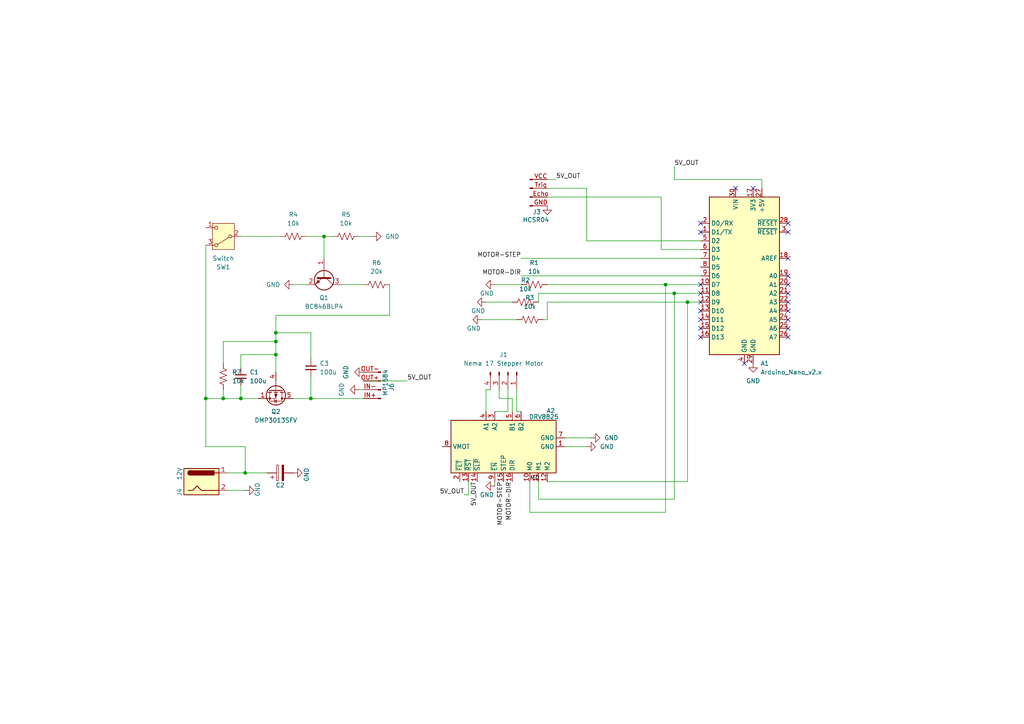
<source format=kicad_sch>
(kicad_sch (version 20250114) (generator "eeschema") (generator_version "9.0")
  (paper "A4")
  (lib_symbols
    (symbol "Conn_01x04_Pin_1" (pin_names (offset 1.016) (hide yes))
      (property "Reference" "U_BUCK" (at 0.635 7.62 0))
      (property "Value" "MP1584-based, 12V → 5V, 3A" (at 0.635 5.08 0))
      (symbol "Conn_01x04_Pin_1_1_1"
        (rectangle (start 0.8636 2.667) (end 0 2.413) (stroke (width 0.1524)) (fill (type outline)))
        (rectangle (start 0.8636 0.127) (end 0 -0.127) (stroke (width 0.1524)) (fill (type outline)))
        (rectangle (start 0.8636 -2.413) (end 0 -2.667) (stroke (width 0.1524)) (fill (type outline)))
        (rectangle (start 0.8636 -4.953) (end 0 -5.207) (stroke (width 0.1524)) (fill (type outline)))
        (polyline (pts (xy 1.27 2.54) (xy 0.8636 2.54)) (stroke (width 0.1524)))
        (polyline (pts (xy 1.27 0) (xy 0.8636 0)) (stroke (width 0.1524)))
        (polyline (pts (xy 1.27 -2.54) (xy 0.8636 -2.54)) (stroke (width 0.1524)))
        (polyline (pts (xy 1.27 -5.08) (xy 0.8636 -5.08)) (stroke (width 0.1524)))
        (pin passive line (at 5.08 2.54 180) (length 3.81) (name "Pin_1") (number "IN+"))
        (pin passive line (at 5.08 0 180) (length 3.81) (name "Pin_2") (number "IN-"))
        (pin passive line (at 5.08 -2.54 180) (length 3.81) (name "Pin_3") (number "OUT+"))
        (pin passive line (at 5.08 -5.08 180) (length 3.81) (name "Pin_4") (number "OUT-"))
      )
    )
    (symbol "Conn_01x04_Pin_2" (pin_names (offset 1.016) (hide yes))
      (property "Reference" "J" (at 0 5.08 0))
      (property "Value" "Conn_01x04_Pin" (at 0 -7.62 0))
      (symbol "Conn_01x04_Pin_2_1_1"
        (rectangle (start 0.8636 2.667) (end 0 2.413) (stroke (width 0.1524)) (fill (type outline)))
        (rectangle (start 0.8636 0.127) (end 0 -0.127) (stroke (width 0.1524)) (fill (type outline)))
        (rectangle (start 0.8636 -2.413) (end 0 -2.667) (stroke (width 0.1524)) (fill (type outline)))
        (rectangle (start 0.8636 -4.953) (end 0 -5.207) (stroke (width 0.1524)) (fill (type outline)))
        (polyline (pts (xy 1.27 2.54) (xy 0.8636 2.54)) (stroke (width 0.1524)))
        (polyline (pts (xy 1.27 0) (xy 0.8636 0)) (stroke (width 0.1524)))
        (polyline (pts (xy 1.27 -2.54) (xy 0.8636 -2.54)) (stroke (width 0.1524)))
        (polyline (pts (xy 1.27 -5.08) (xy 0.8636 -5.08)) (stroke (width 0.1524)))
        (pin passive line (at 5.08 2.54 180) (length 3.81) (name "Pin_1") (number "1"))
        (pin passive line (at 5.08 0 180) (length 3.81) (name "Pin_2") (number "2"))
        (pin passive line (at 5.08 -2.54 180) (length 3.81) (name "Pin_3") (number "3"))
        (pin passive line (at 5.08 -5.08 180) (length 3.81) (name "Pin_4") (number "4"))
      )
    )
    (symbol "Connector:Conn_01x04_Pin" (pin_names (offset 1.016) (hide yes))
      (property "Reference" "J3" (at 0.635 7.62 0))
      (property "Value" "HCSR04" (at 0.635 5.08 0))
      (symbol "Conn_01x04_Pin_1_1"
        (rectangle (start 0.8636 2.667) (end 0 2.413) (stroke (width 0.1524)) (fill (type outline)))
        (rectangle (start 0.8636 0.127) (end 0 -0.127) (stroke (width 0.1524)) (fill (type outline)))
        (rectangle (start 0.8636 -2.413) (end 0 -2.667) (stroke (width 0.1524)) (fill (type outline)))
        (rectangle (start 0.8636 -4.953) (end 0 -5.207) (stroke (width 0.1524)) (fill (type outline)))
        (polyline (pts (xy 1.27 2.54) (xy 0.8636 2.54)) (stroke (width 0.1524)))
        (polyline (pts (xy 1.27 0) (xy 0.8636 0)) (stroke (width 0.1524)))
        (polyline (pts (xy 1.27 -2.54) (xy 0.8636 -2.54)) (stroke (width 0.1524)))
        (polyline (pts (xy 1.27 -5.08) (xy 0.8636 -5.08)) (stroke (width 0.1524)))
        (pin passive line (at 5.08 2.54 180) (length 3.81) (name "Pin_1") (number "VCC"))
        (pin passive line (at 5.08 0 180) (length 3.81) (name "Pin_2") (number "Trig"))
        (pin passive line (at 5.08 -2.54 180) (length 3.81) (name "Pin_3") (number "Echo"))
        (pin passive line (at 5.08 -5.08 180) (length 3.81) (name "Pin_4") (number "GND"))
      )
    )
    (symbol "Connector:Jack-DC" (pin_names (offset 1.016))
      (property "Reference" "J" (at 0 5.334 0))
      (property "Value" "Jack-DC" (at 0 -5.08 0))
      (symbol "Jack-DC_0_1"
        (rectangle (start -5.08 3.81) (end 5.08 -3.81) (stroke (width 0.254)) (fill (type background)))
        (polyline (pts (xy -3.81 -2.54) (xy -2.54 -2.54) (xy -1.27 -1.27) (xy 0 -2.54) (xy 2.54 -2.54) (xy 5.08 -2.54)) (stroke (width 0.254)))
        (arc (start -3.302 1.905) (mid -3.9343 2.54) (end -3.302 3.175) (stroke (width 0.254)))
        (arc (start -3.302 1.905) (mid -3.9343 2.54) (end -3.302 3.175) (stroke (width 0.254)) (fill (type outline)))
        (rectangle (start 3.683 3.175) (end -3.302 1.905) (stroke (width 0.254)) (fill (type outline)))
        (polyline (pts (xy 5.08 2.54) (xy 3.81 2.54)) (stroke (width 0.254)))
      )
      (symbol "Jack-DC_1_1"
        (pin passive line (at 7.62 2.54 180) (length 2.54) (name "~") (number "1"))
        (pin passive line (at 7.62 -2.54 180) (length 2.54) (name "~") (number "2"))
      )
    )
    (symbol "Device:C_Polarized" (pin_numbers (hide yes)) (pin_names (offset 0.254))
      (property "Reference" "C" (at 0.635 2.54 0))
      (property "Value" "C_Polarized" (at 0.635 -2.54 0))
      (symbol "C_Polarized_0_1"
        (rectangle (start -2.286 0.508) (end 2.286 1.016))
        (polyline (pts (xy -1.778 2.286) (xy -0.762 2.286)))
        (polyline (pts (xy -1.27 2.794) (xy -1.27 1.778)))
        (rectangle (start 2.286 -0.508) (end -2.286 -1.016) (fill (type outline)))
      )
      (symbol "C_Polarized_1_1"
        (pin passive line (at 0 3.81 270) (length 2.794) (name "~") (number "1"))
        (pin passive line (at 0 -3.81 90) (length 2.794) (name "~") (number "2"))
      )
    )
    (symbol "Device:C_Small" (pin_numbers (hide yes)) (pin_names (offset 0.254) (hide yes))
      (property "Reference" "C" (at 0.254 1.778 0))
      (property "Value" "C_Small" (at 0.254 -2.032 0))
      (symbol "C_Small_0_1"
        (polyline (pts (xy -1.524 0.508) (xy 1.524 0.508)) (stroke (width 0.3048)))
        (polyline (pts (xy -1.524 -0.508) (xy 1.524 -0.508)) (stroke (width 0.3302)))
      )
      (symbol "C_Small_1_1"
        (pin passive line (at 0 2.54 270) (length 2.032) (name "~") (number "1"))
        (pin passive line (at 0 -2.54 90) (length 2.032) (name "~") (number "2"))
      )
    )
    (symbol "Device:R_US" (pin_numbers (hide yes)) (pin_names (offset 0))
      (property "Reference" "R" (at 2.54 0 90))
      (property "Value" "R_US" (at -2.54 0 90))
      (symbol "R_US_0_1"
        (polyline (pts (xy 0 2.286) (xy 0 2.54)))
        (polyline (pts (xy 0 2.286) (xy 1.016 1.905) (xy 0 1.524) (xy -1.016 1.143) (xy 0 0.762)))
        (polyline (pts (xy 0 0.762) (xy 1.016 0.381) (xy 0 0) (xy -1.016 -0.381) (xy 0 -0.762)))
        (polyline (pts (xy 0 -0.762) (xy 1.016 -1.143) (xy 0 -1.524) (xy -1.016 -1.905) (xy 0 -2.286)))
        (polyline (pts (xy 0 -2.286) (xy 0 -2.54)))
      )
      (symbol "R_US_1_1"
        (pin passive line (at 0 3.81 270) (length 1.27) (name "~") (number "1"))
        (pin passive line (at 0 -3.81 90) (length 1.27) (name "~") (number "2"))
      )
    )
    (symbol "Driver_Motor:Pololu_Breakout_DRV8825"
      (property "Reference" "A" (at -2.54 16.51 0))
      (property "Value" "Pololu_Breakout_DRV8825" (at -2.54 13.97 0))
      (symbol "Pololu_Breakout_DRV8825_0_1"
        (rectangle (start 7.62 -17.78) (end -7.62 12.7) (stroke (width 0.254)) (fill (type background)))
      )
      (symbol "Pololu_Breakout_DRV8825_1_1"
        (pin output line (at -10.16 10.16 0) (length 2.54) (name "~{FLT}") (number "2"))
        (pin input line (at -10.16 7.62 0) (length 2.54) (name "~{RST}") (number "13"))
        (pin input line (at -10.16 5.08 0) (length 2.54) (name "~{SLP}") (number "14"))
        (pin input line (at -10.16 0 0) (length 2.54) (name "~{EN}") (number "9"))
        (pin input line (at -10.16 -2.54 0) (length 2.54) (name "STEP") (number "15"))
        (pin input line (at -10.16 -5.08 0) (length 2.54) (name "DIR") (number "16"))
        (pin input line (at -10.16 -10.16 0) (length 2.54) (name "M0") (number "10"))
        (pin input line (at -10.16 -12.7 0) (length 2.54) (name "M1") (number "11"))
        (pin input line (at -10.16 -15.24 0) (length 2.54) (name "M2") (number "12"))
        (pin power_in line (at 0 15.24 270) (length 2.54) (name "VMOT") (number "8"))
        (pin power_in line (at 0 -20.32 90) (length 2.54) (name "GND") (number "1"))
        (pin power_in line (at 2.54 -20.32 90) (length 2.54) (name "GND") (number "7"))
        (pin output line (at 10.16 2.54 180) (length 2.54) (name "A1") (number "4"))
        (pin output line (at 10.16 0 180) (length 2.54) (name "A2") (number "3"))
        (pin output line (at 10.16 -5.08 180) (length 2.54) (name "B1") (number "5"))
        (pin output line (at 10.16 -7.62 180) (length 2.54) (name "B2") (number "6"))
      )
    )
    (symbol "MCU_Module:Arduino_Nano_v2.x"
      (property "Reference" "A" (at -10.16 23.495 0))
      (property "Value" "Arduino_Nano_v2.x" (at 5.08 -24.13 0))
      (symbol "Arduino_Nano_v2.x_0_1"
        (rectangle (start -10.16 22.86) (end 10.16 -22.86) (stroke (width 0.254)) (fill (type background)))
      )
      (symbol "Arduino_Nano_v2.x_1_1"
        (pin bidirectional line (at -12.7 15.24 0) (length 2.54) (name "D0/RX") (number "2"))
        (pin bidirectional line (at -12.7 12.7 0) (length 2.54) (name "D1/TX") (number "1"))
        (pin bidirectional line (at -12.7 10.16 0) (length 2.54) (name "D2") (number "5"))
        (pin bidirectional line (at -12.7 7.62 0) (length 2.54) (name "D3") (number "6"))
        (pin bidirectional line (at -12.7 5.08 0) (length 2.54) (name "D4") (number "7"))
        (pin bidirectional line (at -12.7 2.54 0) (length 2.54) (name "D5") (number "8"))
        (pin bidirectional line (at -12.7 0 0) (length 2.54) (name "D6") (number "9"))
        (pin bidirectional line (at -12.7 -2.54 0) (length 2.54) (name "D7") (number "10"))
        (pin bidirectional line (at -12.7 -5.08 0) (length 2.54) (name "D8") (number "11"))
        (pin bidirectional line (at -12.7 -7.62 0) (length 2.54) (name "D9") (number "12"))
        (pin bidirectional line (at -12.7 -10.16 0) (length 2.54) (name "D10") (number "13"))
        (pin bidirectional line (at -12.7 -12.7 0) (length 2.54) (name "D11") (number "14"))
        (pin bidirectional line (at -12.7 -15.24 0) (length 2.54) (name "D12") (number "15"))
        (pin bidirectional line (at -12.7 -17.78 0) (length 2.54) (name "D13") (number "16"))
        (pin power_in line (at -2.54 25.4 270) (length 2.54) (name "VIN") (number "30"))
        (pin power_in line (at 0 -25.4 90) (length 2.54) (name "GND") (number "4"))
        (pin power_out line (at 2.54 25.4 270) (length 2.54) (name "3V3") (number "17"))
        (pin power_in line (at 2.54 -25.4 90) (length 2.54) (name "GND") (number "29"))
        (pin power_out line (at 5.08 25.4 270) (length 2.54) (name "+5V") (number "27"))
        (pin input line (at 12.7 15.24 180) (length 2.54) (name "~{RESET}") (number "28"))
        (pin input line (at 12.7 12.7 180) (length 2.54) (name "~{RESET}") (number "3"))
        (pin input line (at 12.7 5.08 180) (length 2.54) (name "AREF") (number "18"))
        (pin bidirectional line (at 12.7 0 180) (length 2.54) (name "A0") (number "19"))
        (pin bidirectional line (at 12.7 -2.54 180) (length 2.54) (name "A1") (number "20"))
        (pin bidirectional line (at 12.7 -5.08 180) (length 2.54) (name "A2") (number "21"))
        (pin bidirectional line (at 12.7 -7.62 180) (length 2.54) (name "A3") (number "22"))
        (pin bidirectional line (at 12.7 -10.16 180) (length 2.54) (name "A4") (number "23"))
        (pin bidirectional line (at 12.7 -12.7 180) (length 2.54) (name "A5") (number "24"))
        (pin bidirectional line (at 12.7 -15.24 180) (length 2.54) (name "A6") (number "25"))
        (pin bidirectional line (at 12.7 -17.78 180) (length 2.54) (name "A7") (number "26"))
      )
    )
    (symbol "Switch:SW_Nidec_CAS-120A1" (pin_names (offset 1) (hide yes))
      (property "Reference" "SW" (at 0 4.318 0))
      (property "Value" "SW_Nidec_CAS-120A1" (at 0 -5.08 0))
      (symbol "SW_Nidec_CAS-120A1_0_1"
        (circle (center -2.032 0) (radius 0.4572))
        (polyline (pts (xy -1.651 0.254) (xy 1.651 2.286)))
        (circle (center 2.032 2.54) (radius 0.4572))
        (circle (center 2.032 -2.54) (radius 0.4572))
      )
      (symbol "SW_Nidec_CAS-120A1_1_1"
        (rectangle (start -3.175 3.81) (end 3.175 -3.81) (fill (type background)))
        (pin passive line (at -5.08 0 0) (length 2.54) (name "B") (number "2"))
        (pin passive line (at 5.08 2.54 180) (length 2.54) (name "A") (number "3"))
        (pin passive line (at 5.08 -2.54 180) (length 2.54) (name "C") (number "1"))
      )
    )
    (symbol "Transistor_BJT:BC846BLP4" (pin_names (offset 0) (hide yes))
      (property "Reference" "Q" (at 5.08 1.905 0))
      (property "Value" "BC846BLP4" (at 5.08 0 0))
      (symbol "BC846BLP4_0_1"
        (polyline (pts (xy -2.54 0) (xy 0.635 0)))
        (polyline (pts (xy 0.635 1.905) (xy 0.635 -1.905)) (stroke (width 0.508)))
        (circle (center 1.27 0) (radius 2.8194) (stroke (width 0.254)))
      )
      (symbol "BC846BLP4_1_1"
        (polyline (pts (xy 0.635 0.635) (xy 2.54 2.54)))
        (polyline (pts (xy 0.635 -0.635) (xy 2.54 -2.54)))
        (polyline (pts (xy 1.27 -1.778) (xy 1.778 -1.27) (xy 2.286 -2.286) (xy 1.27 -1.778)) (fill (type outline)))
        (pin input line (at -5.08 0 0) (length 2.54) (name "B") (number "1"))
        (pin passive line (at 2.54 5.08 270) (length 2.54) (name "C") (number "3"))
        (pin passive line (at 2.54 -5.08 90) (length 2.54) (name "E") (number "2"))
      )
    )
    (symbol "Transistor_FET:DMP3013SFV" (pin_names (hide yes))
      (property "Reference" "Q" (at 5.08 1.905 0))
      (property "Value" "DMP3013SFV" (at 5.08 0 0))
      (symbol "DMP3013SFV_0_1"
        (polyline (pts (xy 0.254 1.905) (xy 0.254 -1.905)) (stroke (width 0.254)))
        (polyline (pts (xy 0.254 0) (xy -2.54 0)))
        (polyline (pts (xy 0.762 2.286) (xy 0.762 1.27)) (stroke (width 0.254)))
        (polyline (pts (xy 0.762 1.778) (xy 3.302 1.778) (xy 3.302 -1.778) (xy 0.762 -1.778)))
        (polyline (pts (xy 0.762 0.508) (xy 0.762 -0.508)) (stroke (width 0.254)))
        (polyline (pts (xy 0.762 -1.27) (xy 0.762 -2.286)) (stroke (width 0.254)))
        (circle (center 1.651 0) (radius 2.794) (stroke (width 0.254)))
        (polyline (pts (xy 2.286 0) (xy 1.27 0.381) (xy 1.27 -0.381) (xy 2.286 0)) (fill (type outline)))
        (polyline (pts (xy 2.54 2.54) (xy 2.54 1.778)))
        (circle (center 2.54 1.778) (radius 0.254) (fill (type outline)))
        (circle (center 2.54 -1.778) (radius 0.254) (fill (type outline)))
        (polyline (pts (xy 2.54 -2.54) (xy 2.54 0) (xy 0.762 0)))
        (polyline (pts (xy 2.794 -0.508) (xy 2.921 -0.381) (xy 3.683 -0.381) (xy 3.81 -0.254)))
        (polyline (pts (xy 3.302 -0.381) (xy 2.921 0.254) (xy 3.683 0.254) (xy 3.302 -0.381)))
      )
      (symbol "DMP3013SFV_1_1"
        (pin passive line (at -5.08 0 0) (length 2.54) (name "G") (number "4"))
        (pin passive line (at 2.54 5.08 270) (length 2.54) (name "D") (number "5"))
        (pin passive line (at 2.54 -5.08 90) (length 2.54) (name "S") (number "1"))
        (pin passive line (at 2.54 -5.08 90) (length 2.54) (hide yes) (name "S") (number "2"))
        (pin passive line (at 2.54 -5.08 90) (length 2.54) (hide yes) (name "S") (number "3"))
      )
    )
    (symbol "power:GND" (power) (pin_numbers (hide yes)) (pin_names (offset 0) (hide yes))
      (property "Value" "GND" (at 0 -3.81 0))
      (symbol "GND_0_1"
        (polyline (pts (xy 0 0) (xy 0 -1.27) (xy 1.27 -1.27) (xy 0 -2.54) (xy -1.27 -1.27) (xy 0 -1.27)))
      )
      (symbol "GND_1_1"
        (pin power_in line (at 0 0 270) (length 0) (name "~") (number "1"))
      )
    )
  )
  (junction (at 199.39 87.63))
  (junction (at 80.01 102.87))
  (junction (at 71.12 137.16))
  (junction (at 90.17 115.57))
  (junction (at 80.01 96.52))
  (junction (at 195.58 85.09))
  (junction (at 93.98 68.58))
  (junction (at 69.85 115.57))
  (junction (at 80.01 99.06))
  (junction (at 193.04 82.55))
  (junction (at 64.77 115.57))
  (junction (at 59.69 115.57))
  (no_connect (at 218.44 54.61))
  (no_connect (at 228.6 74.93))
  (no_connect (at 215.9 105.41))
  (no_connect (at 228.6 95.25))
  (no_connect (at 228.6 67.31))
  (no_connect (at 203.2 87.63))
  (no_connect (at 228.6 87.63))
  (no_connect (at 228.6 64.77))
  (no_connect (at 203.2 92.71))
  (no_connect (at 203.2 67.31))
  (no_connect (at 228.6 82.55))
  (no_connect (at 203.2 85.09))
  (no_connect (at 228.6 97.79))
  (no_connect (at 228.6 85.09))
  (no_connect (at 213.36 54.61))
  (no_connect (at 203.2 95.25))
  (no_connect (at 203.2 82.55))
  (no_connect (at 203.2 97.79))
  (no_connect (at 228.6 90.17))
  (no_connect (at 228.6 92.71))
  (no_connect (at 203.2 64.77))
  (no_connect (at 228.6 80.01))
  (no_connect (at 203.2 90.17))
  (wire (pts (xy 195.58 85.09) (xy 195.58 144.78)))
  (wire (pts (xy 199.39 87.63) (xy 203.2 87.63)))
  (wire (pts (xy 64.77 115.57) (xy 69.85 115.57)))
  (wire (pts (xy 157.48 92.71) (xy 158.75 92.71)))
  (wire (pts (xy 149.86 119.38) (xy 149.86 113.03)))
  (wire (pts (xy 193.04 148.59) (xy 193.04 82.55)))
  (wire (pts (xy 203.2 85.09) (xy 195.58 85.09)))
  (wire (pts (xy 80.01 91.44) (xy 80.01 96.52)))
  (wire (pts (xy 69.85 102.87) (xy 80.01 102.87)))
  (wire (pts (xy 59.69 129.54) (xy 71.12 129.54)))
  (wire (pts (xy 64.77 113.03) (xy 64.77 115.57)))
  (wire (pts (xy 69.85 68.58) (xy 81.28 68.58)))
  (wire (pts (xy 90.17 109.22) (xy 90.17 115.57)))
  (wire (pts (xy 80.01 102.87) (xy 80.01 107.95)))
  (wire (pts (xy 199.39 139.7) (xy 199.39 87.63)))
  (wire (pts (xy 195.58 85.09) (xy 156.21 85.09)))
  (wire (pts (xy 151.13 74.93) (xy 203.2 74.93)))
  (wire (pts (xy 156.21 139.7) (xy 156.21 144.78)))
  (wire (pts (xy 148.59 87.63) (xy 140.97 87.63)))
  (wire (pts (xy 158.75 57.15) (xy 191.77 57.15)))
  (wire (pts (xy 66.04 142.24) (xy 71.12 142.24)))
  (wire (pts (xy 85.09 82.55) (xy 88.9 82.55)))
  (wire (pts (xy 170.18 129.54) (xy 163.83 129.54)))
  (wire (pts (xy 195.58 52.07) (xy 195.58 48.26)))
  (wire (pts (xy 158.75 87.63) (xy 199.39 87.63)))
  (wire (pts (xy 80.01 99.06) (xy 80.01 102.87)))
  (wire (pts (xy 191.77 72.39) (xy 203.2 72.39)))
  (wire (pts (xy 170.18 54.61) (xy 170.18 69.85)))
  (wire (pts (xy 156.21 144.78) (xy 195.58 144.78)))
  (wire (pts (xy 105.41 110.49) (xy 118.11 110.49)))
  (wire (pts (xy 193.04 82.55) (xy 158.75 82.55)))
  (wire (pts (xy 135.89 143.51) (xy 134.62 143.51)))
  (wire (pts (xy 71.12 129.54) (xy 71.12 137.16)))
  (wire (pts (xy 149.86 92.71) (xy 139.7 92.71)))
  (wire (pts (xy 143.51 119.38) (xy 147.32 119.38)))
  (wire (pts (xy 59.69 115.57) (xy 64.77 115.57)))
  (wire (pts (xy 69.85 111.76) (xy 69.85 115.57)))
  (wire (pts (xy 104.14 113.03) (xy 105.41 113.03)))
  (wire (pts (xy 140.97 113.03) (xy 142.24 113.03)))
  (wire (pts (xy 69.85 106.68) (xy 69.85 102.87)))
  (wire (pts (xy 151.13 82.55) (xy 143.51 82.55)))
  (wire (pts (xy 96.52 68.58) (xy 93.98 68.58)))
  (wire (pts (xy 135.89 139.7) (xy 135.89 143.51)))
  (wire (pts (xy 158.75 54.61) (xy 170.18 54.61)))
  (wire (pts (xy 163.83 127) (xy 171.45 127)))
  (wire (pts (xy 90.17 96.52) (xy 80.01 96.52)))
  (wire (pts (xy 153.67 139.7) (xy 153.67 148.59)))
  (wire (pts (xy 59.69 115.57) (xy 59.69 129.54)))
  (wire (pts (xy 64.77 105.41) (xy 64.77 99.06)))
  (wire (pts (xy 158.75 92.71) (xy 158.75 87.63)))
  (wire (pts (xy 158.75 139.7) (xy 199.39 139.7)))
  (wire (pts (xy 148.59 115.57) (xy 144.78 115.57)))
  (wire (pts (xy 85.09 115.57) (xy 90.17 115.57)))
  (wire (pts (xy 90.17 104.14) (xy 90.17 96.52)))
  (wire (pts (xy 170.18 69.85) (xy 203.2 69.85)))
  (wire (pts (xy 191.77 57.15) (xy 191.77 72.39)))
  (wire (pts (xy 66.04 137.16) (xy 71.12 137.16)))
  (wire (pts (xy 147.32 119.38) (xy 147.32 113.03)))
  (wire (pts (xy 203.2 82.55) (xy 193.04 82.55)))
  (wire (pts (xy 156.21 85.09) (xy 156.21 87.63)))
  (wire (pts (xy 143.51 140.97) (xy 143.51 139.7)))
  (wire (pts (xy 113.03 91.44) (xy 113.03 82.55)))
  (wire (pts (xy 99.06 82.55) (xy 105.41 82.55)))
  (wire (pts (xy 158.75 52.07) (xy 161.29 52.07)))
  (wire (pts (xy 140.97 119.38) (xy 140.97 113.03)))
  (wire (pts (xy 220.98 52.07) (xy 195.58 52.07)))
  (wire (pts (xy 220.98 52.07) (xy 220.98 54.61)))
  (wire (pts (xy 71.12 137.16) (xy 77.47 137.16)))
  (wire (pts (xy 93.98 68.58) (xy 93.98 74.93)))
  (wire (pts (xy 59.69 71.12) (xy 59.69 115.57)))
  (wire (pts (xy 113.03 91.44) (xy 80.01 91.44)))
  (wire (pts (xy 153.67 148.59) (xy 193.04 148.59)))
  (wire (pts (xy 69.85 115.57) (xy 74.93 115.57)))
  (wire (pts (xy 64.77 99.06) (xy 80.01 99.06)))
  (wire (pts (xy 88.9 68.58) (xy 93.98 68.58)))
  (wire (pts (xy 151.13 119.38) (xy 149.86 119.38)))
  (wire (pts (xy 80.01 96.52) (xy 80.01 99.06)))
  (wire (pts (xy 107.95 68.58) (xy 104.14 68.58)))
  (wire (pts (xy 148.59 119.38) (xy 148.59 115.57)))
  (wire (pts (xy 144.78 115.57) (xy 144.78 113.03)))
  (wire (pts (xy 151.13 80.01) (xy 203.2 80.01)))
  (wire (pts (xy 90.17 115.57) (xy 105.41 115.57)))
  (label "MOTOR-DIR" (at 148.59 139.7 270))
  (label "5V_OUT" (at 138.43 139.7 270))
  (label "MOTOR-STEP" (at 146.05 139.7 270))
  (label "MOTOR-DIR" (at 151.13 80.01 180))
  (label "M0" (at 153.67 139.7 0))
  (label "5V_OUT" (at 161.29 52.07 0))
  (label "5V_OUT" (at 134.62 143.51 180))
  (label "5V_OUT" (at 195.58 48.26 0))
  (label "5V_OUT" (at 118.11 110.49 0))
  (label "MOTOR-STEP" (at 151.13 74.93 180))
  (symbol (lib_id "power:GND") (at 170.18 129.54 90) (unit 1)
    (property "Reference" "#PWR011" (effects (hide yes)))
    (property "Value" "GND" (at 173.99 129.5399 90) (effects (justify right)))
    (property "Description" "Power symbol creates a global label with name \"GND\" , ground" (effects (hide yes)))
  )
  (symbol (lib_id "Device:R_US") (at 152.4 87.63 90) (unit 1)
    (property "Reference" "R2" (at 152.4 81.28 90))
    (property "Value" "10k" (at 152.4 83.82 90))
    (property "Description" "Resistor, US symbol" (effects (hide yes)))
  )
  (symbol (lib_id "power:GND") (at 140.97 87.63 270) (unit 1)
    (property "Reference" "#PWR012" (effects (hide yes)))
    (property "Value" "GND" (at 138.684 90.17 90))
    (property "Description" "Power symbol creates a global label with name \"GND\" , ground" (effects (hide yes)))
  )
  (symbol (lib_id "Device:C_Small") (at 90.17 106.68 0) (unit 1)
    (property "Reference" "C3" (at 92.71 105.4162 0) (effects (justify left)))
    (property "Value" "100u" (at 92.71 107.9562 0) (effects (justify left)))
    (property "Description" "Unpolarized capacitor, small symbol" (effects (hide yes)))
  )
  (symbol (lib_id "power:GND") (at 85.09 137.16 90) (unit 1)
    (property "Reference" "#PWR03" (effects (hide yes)))
    (property "Value" "GND" (at 88.9 137.668 0))
    (property "Description" "Power symbol creates a global label with name \"GND\" , ground" (effects (hide yes)))
  )
  (symbol (lib_id "Switch:SW_Nidec_CAS-120A1") (at 64.77 68.58 180) (unit 1)
    (property "Reference" "SW1" (at 64.77 77.47 0))
    (property "Value" "Switch" (at 64.77 74.93 0))
    (property "Footprint" "Button_Switch_SMD:Nidec_Copal_CAS-120A" (effects (hide yes)))
    (property "Datasheet" "https://www.nidec-components.com/e/catalog/switch/cas.pdf" (effects (hide yes)))
    (property "Description" "Switch, single pole double throw" (effects (hide yes)))
  )
  (symbol (lib_id "power:GND") (at 71.12 142.24 90) (unit 1)
    (property "Reference" "#PWR05" (effects (hide yes)))
    (property "Value" "GND" (at 74.676 141.986 0))
    (property "Description" "Power symbol creates a global label with name \"GND\" , ground" (effects (hide yes)))
  )
  (symbol (lib_id "Device:C_Polarized") (at 81.28 137.16 90) (unit 1)
    (property "Reference" "C2" (at 81.28 140.716 90))
    (property "Value" "C_Polarized" (effects (hide yes)))
    (property "Description" "Polarized capacitor" (effects (hide yes)))
  )
  (symbol (lib_id "Transistor_FET:DMP3013SFV") (at 80.01 113.03 270) (unit 1)
    (property "Reference" "Q2" (at 80.01 119.38 90))
    (property "Value" "DMP3013SFV" (at 80.01 121.92 90))
    (property "Footprint" "Package_SON:Diodes_PowerDI3333-8" (effects (hide yes)))
    (property "Datasheet" "https://www.diodes.com/assets/Datasheets/DMP3013SFV.pdf" (effects (hide yes)))
    (property "Description" "-12A Id, -30V Vds, P-Channel Power MOSFET, 9.5mOhm Ron, 33.7nC Qg (typ), PowerDI3333-8" (effects (hide yes)))
  )
  (symbol (lib_id "Device:C_Small") (at 69.85 109.22 0) (unit 1)
    (property "Reference" "C1" (at 72.39 107.9562 0) (effects (justify left)))
    (property "Value" "100u" (at 72.39 110.4962 0) (effects (justify left)))
    (property "Description" "Unpolarized capacitor, small symbol" (effects (hide yes)))
  )
  (symbol (lib_id "Device:R_US") (at 153.67 92.71 90) (unit 1)
    (property "Reference" "R3" (at 153.67 86.36 90))
    (property "Value" "10k" (at 153.67 88.9 90))
    (property "Description" "Resistor, US symbol" (effects (hide yes)))
  )
  (symbol (lib_name "Conn_01x04_Pin_1") (lib_id "Connector:Conn_01x04_Pin") (at 110.49 113.03 180) (unit 1)
    (property "Reference" "J6" (at 113.538 112.268 90))
    (property "Value" "MP1584" (at 111.76 110.998 90))
    (property "Footprint" "Connector_PinHeader_2.54mm:PinHeader_1x04_P2.54mm_Vertical" (effects (hide yes)))
    (property "Description" "Generic connector, single row, 01x04, script generated" (effects (hide yes)))
  )
  (symbol (lib_id "Device:R_US") (at 85.09 68.58 90) (unit 1)
    (property "Reference" "R4" (at 85.09 62.23 90))
    (property "Value" "10k" (at 85.09 64.77 90))
    (property "Description" "Resistor, US symbol" (effects (hide yes)))
  )
  (symbol (lib_id "Driver_Motor:Pololu_Breakout_DRV8825") (at 143.51 129.54 90) (unit 1)
    (property "Reference" "A2" (at 159.766 119.126 90))
    (property "Value" "DRV8825" (at 157.734 120.904 90))
    (property "Footprint" "Module:Pololu_Breakout-16_15.2x20.3mm" (effects (hide yes)))
    (property "Datasheet" "https://www.pololu.com/product/2982" (effects (hide yes)))
    (property "Description" "Pololu Breakout Board, Stepper Driver DRV8825" (effects (hide yes)))
  )
  (symbol (lib_id "Connector:Jack-DC") (at 58.42 139.7 0) (unit 1)
    (property "Reference" "J4" (at 52.07 142.748 90))
    (property "Value" "12V" (at 52.07 137.414 90))
    (property "Footprint" "Connector_BarrelJack:BarrelJack_CUI_PJ-063AH_Horizontal" (effects (hide yes)))
    (property "Description" "DC Barrel Jack" (effects (hide yes)))
  )
  (symbol (lib_id "power:GND") (at 171.45 127 90) (unit 1)
    (property "Reference" "#PWR010" (effects (hide yes)))
    (property "Value" "GND" (at 175.26 126.9999 90) (effects (justify right)))
    (property "Description" "Power symbol creates a global label with name \"GND\" , ground" (effects (hide yes)))
  )
  (symbol (lib_id "power:GND") (at 105.41 107.95 270) (unit 1)
    (property "Reference" "#PWR013" (effects (hide yes)))
    (property "Value" "GND" (at 100.33 107.95 0))
    (property "Description" "Power symbol creates a global label with name \"GND\" , ground" (effects (hide yes)))
  )
  (symbol (lib_id "power:GND") (at 85.09 82.55 270) (unit 1)
    (property "Reference" "#PWR08" (effects (hide yes)))
    (property "Value" "GND" (at 81.28 82.55 90) (effects (justify right)))
    (property "Description" "Power symbol creates a global label with name \"GND\" , ground" (effects (hide yes)))
  )
  (symbol (lib_id "MCU_Module:Arduino_Nano_v2.x") (at 215.9 80.01 0) (unit 1)
    (property "Reference" "A1" (at 220.5833 105.41 0) (effects (justify left)))
    (property "Value" "Arduino_Nano_v2.x" (at 220.5833 107.95 0) (effects (justify left)))
    (property "Footprint" "Module:Arduino_Nano" (effects (hide yes)))
    (property "Datasheet" "https://www.arduino.cc/en/uploads/Main/ArduinoNanoManual23.pdf" (effects (hide yes)))
    (property "Description" "Arduino Nano v2.x" (effects (hide yes)))
  )
  (symbol (lib_id "power:GND") (at 143.51 82.55 270) (unit 1)
    (property "Reference" "#PWR01" (effects (hide yes)))
    (property "Value" "GND" (at 141.224 85.09 90))
    (property "Description" "Power symbol creates a global label with name \"GND\" , ground" (effects (hide yes)))
  )
  (symbol (lib_id "power:GND") (at 107.95 68.58 90) (unit 1)
    (property "Reference" "#PWR07" (effects (hide yes)))
    (property "Value" "GND" (at 111.76 68.5799 90) (effects (justify right)))
    (property "Description" "Power symbol creates a global label with name \"GND\" , ground" (effects (hide yes)))
  )
  (symbol (lib_id "power:GND") (at 218.44 105.41 0) (unit 1)
    (property "Reference" "#PWR06" (effects (hide yes)))
    (property "Value" "GND" (at 218.44 110.49 0))
    (property "Description" "Power symbol creates a global label with name \"GND\" , ground" (effects (hide yes)))
  )
  (symbol (lib_id "power:GND") (at 104.14 113.03 270) (unit 1)
    (property "Reference" "#PWR04" (effects (hide yes)))
    (property "Value" "GND" (at 99.06 113.03 0))
    (property "Description" "Power symbol creates a global label with name \"GND\" , ground" (effects (hide yes)))
  )
  (symbol (lib_id "power:GND") (at 158.75 59.69 0) (unit 1)
    (property "Reference" "#PWR02" (effects (hide yes)))
    (property "Value" "GND" (effects (hide yes)))
    (property "Description" "Power symbol creates a global label with name \"GND\" , ground" (effects (hide yes)))
  )
  (symbol (lib_id "power:GND") (at 143.51 140.97 270) (unit 1)
    (property "Reference" "#PWR09" (effects (hide yes)))
    (property "Value" "GND" (at 141.224 143.51 90))
    (property "Description" "Power symbol creates a global label with name \"GND\" , ground" (effects (hide yes)))
  )
  (symbol (lib_id "power:GND") (at 139.7 92.71 270) (unit 1)
    (property "Reference" "#PWR014" (effects (hide yes)))
    (property "Value" "GND" (at 137.414 95.25 90))
    (property "Description" "Power symbol creates a global label with name \"GND\" , ground" (effects (hide yes)))
  )
  (symbol (lib_id "Connector:Conn_01x04_Pin") (at 153.67 54.61 0) (unit 1)
    (property "Reference" "J3" (at 155.702 61.468 0))
    (property "Value" "HCSR04" (at 155.448 63.754 0))
    (property "Footprint" "Connector_PinHeader_2.54mm:PinHeader_1x04_P2.54mm_Vertical" (effects (hide yes)))
    (property "Description" "Generic connector, single row, 01x04, script generated" (effects (hide yes)))
  )
  (symbol (lib_id "Device:R_US") (at 109.22 82.55 90) (unit 1)
    (property "Reference" "R6" (at 109.22 76.2 90))
    (property "Value" "20k" (at 109.22 78.74 90))
    (property "Description" "Resistor, US symbol" (effects (hide yes)))
  )
  (symbol (lib_name "Conn_01x04_Pin_2") (lib_id "Connector:Conn_01x04_Pin") (at 147.32 107.95 270) (unit 1)
    (property "Reference" "J1" (at 146.05 102.87 90))
    (property "Value" "Nema 17 Stepper Motor" (at 146.05 105.41 90))
    (property "Description" "Generic connector, single row, 01x04, script generated" (effects (hide yes)))
  )
  (symbol (lib_id "Device:R_US") (at 100.33 68.58 90) (unit 1)
    (property "Reference" "R5" (at 100.33 62.23 90))
    (property "Value" "10k" (at 100.33 64.77 90))
    (property "Description" "Resistor, US symbol" (effects (hide yes)))
  )
  (symbol (lib_id "Device:R_US") (at 64.77 109.22 0) (unit 1)
    (property "Reference" "R7" (at 67.31 107.9499 0) (effects (justify left)))
    (property "Value" "10k" (at 67.31 110.4899 0) (effects (justify left)))
    (property "Description" "Resistor, US symbol" (effects (hide yes)))
  )
  (symbol (lib_id "Transistor_BJT:BC846BLP4") (at 93.98 80.01 270) (unit 1)
    (property "Reference" "Q1" (at 93.98 86.36 90))
    (property "Value" "BC846BLP4" (at 93.98 88.9 90))
    (property "Footprint" "Package_DFN_QFN:Diodes_DFN1006-3" (effects (hide yes)))
    (property "Datasheet" "https://www.diodes.com/datasheet/download/BC846BLP4.pdf" (effects (hide yes)))
    (property "Description" "0.1A Ic, 65V Vce, NPN Transistor, DFN1006-3" (effects (hide yes)))
  )
  (symbol (lib_id "Device:R_US") (at 154.94 82.55 90) (unit 1)
    (property "Reference" "R1" (at 154.94 76.2 90))
    (property "Value" "10k" (at 154.94 78.74 90))
    (property "Description" "Resistor, US symbol" (effects (hide yes)))
  )
)
</source>
